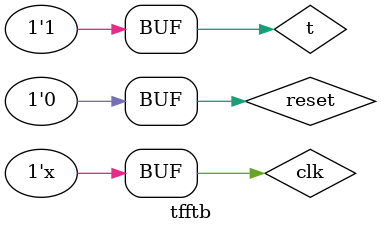
<source format=v>
`timescale 1ns / 1ps


module tfftb;

	// Inputs
	reg t;
	reg clk;
	reg reset;

	// Outputs
	wire q;

	// Instantiate the Unit Under Test (UUT)
	tff uut (
		.t(t), 
		.clk(clk), 
		.reset(reset), 
		.q(q)
	);
	initial begin
	$monitor("t=%b,reset=%b,clk=%b,q=%b",t,reset,clk,q);
	end

	initial begin
		// Initialize Inputs
		reset = 1;
		clk=0;

		// Wait 100 ns for global reset to finish
		#100;t=0;reset=0;
		#100;t=1;
	
		
        
		// Add stimulus here

	end
	always
	#30 clk=~clk;
      
endmodule


</source>
